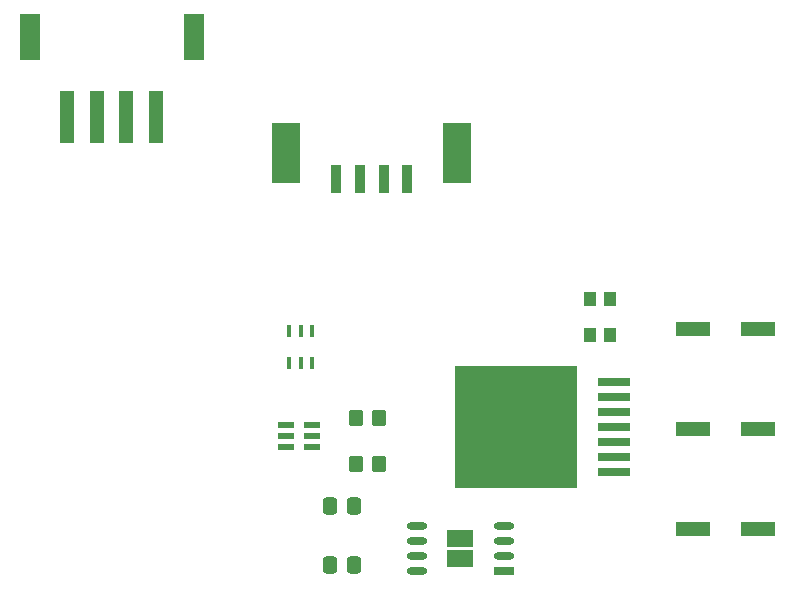
<source format=gbr>
%TF.GenerationSoftware,KiCad,Pcbnew,8.0.6*%
%TF.CreationDate,2025-03-28T18:59:19-04:00*%
%TF.ProjectId,Electrical schematic,456c6563-7472-4696-9361-6c2073636865,rev?*%
%TF.SameCoordinates,Original*%
%TF.FileFunction,Paste,Top*%
%TF.FilePolarity,Positive*%
%FSLAX46Y46*%
G04 Gerber Fmt 4.6, Leading zero omitted, Abs format (unit mm)*
G04 Created by KiCad (PCBNEW 8.0.6) date 2025-03-28 18:59:19*
%MOMM*%
%LPD*%
G01*
G04 APERTURE LIST*
G04 Aperture macros list*
%AMRoundRect*
0 Rectangle with rounded corners*
0 $1 Rounding radius*
0 $2 $3 $4 $5 $6 $7 $8 $9 X,Y pos of 4 corners*
0 Add a 4 corners polygon primitive as box body*
4,1,4,$2,$3,$4,$5,$6,$7,$8,$9,$2,$3,0*
0 Add four circle primitives for the rounded corners*
1,1,$1+$1,$2,$3*
1,1,$1+$1,$4,$5*
1,1,$1+$1,$6,$7*
1,1,$1+$1,$8,$9*
0 Add four rect primitives between the rounded corners*
20,1,$1+$1,$2,$3,$4,$5,0*
20,1,$1+$1,$4,$5,$6,$7,0*
20,1,$1+$1,$6,$7,$8,$9,0*
20,1,$1+$1,$8,$9,$2,$3,0*%
G04 Aperture macros list end*
%ADD10C,0.000000*%
%ADD11R,2.997200X1.219200*%
%ADD12R,0.889000X2.489200*%
%ADD13R,2.489200X5.156200*%
%ADD14RoundRect,0.250000X0.350000X0.450000X-0.350000X0.450000X-0.350000X-0.450000X0.350000X-0.450000X0*%
%ADD15R,1.473200X0.558800*%
%ADD16R,2.667000X0.787400*%
%ADD17R,10.414000X10.414000*%
%ADD18R,1.752600X0.660400*%
%ADD19O,1.752600X0.660400*%
%ADD20R,0.457200X1.003300*%
%ADD21R,1.005599X1.199998*%
%ADD22R,1.295400X4.495800*%
%ADD23R,1.803400X3.911600*%
%ADD24RoundRect,0.250000X0.337500X0.475000X-0.337500X0.475000X-0.337500X-0.475000X0.337500X-0.475000X0*%
G04 APERTURE END LIST*
D10*
%TO.C,U2*%
G36*
X132106500Y-108646000D02*
G01*
X129893500Y-108646000D01*
X129893500Y-107195000D01*
X132106500Y-107195000D01*
X132106500Y-108646000D01*
G37*
G36*
X132106500Y-106995000D02*
G01*
X129893500Y-106995000D01*
X129893500Y-105544000D01*
X132106500Y-105544000D01*
X132106500Y-106995000D01*
G37*
%TD*%
D11*
%TO.C,C1*%
X150744100Y-88532400D03*
X156255900Y-88532400D03*
%TD*%
D12*
%TO.C,U5*%
X126517399Y-75770101D03*
X124517400Y-75770101D03*
X122517399Y-75770101D03*
X120517401Y-75770101D03*
D13*
X130767398Y-73576709D03*
X116267402Y-73576709D03*
%TD*%
D14*
%TO.C,R3*%
X124147450Y-99950001D03*
X122147450Y-99950001D03*
%TD*%
D15*
%TO.C,U3*%
X118500000Y-98500000D03*
X118500000Y-97549999D03*
X118500000Y-96599998D03*
X116264800Y-96599998D03*
X116264800Y-97549999D03*
X116264800Y-98500000D03*
%TD*%
D16*
%TO.C,U1*%
X144000000Y-100620000D03*
X144000000Y-99350000D03*
X144000000Y-98080000D03*
X144000000Y-96810000D03*
X144000000Y-95540000D03*
X144000000Y-94270000D03*
X144000000Y-93000000D03*
D17*
X135757700Y-96810000D03*
%TD*%
D14*
%TO.C,R4*%
X124147450Y-96000000D03*
X122147450Y-96000000D03*
%TD*%
D18*
%TO.C,U2*%
X134674999Y-109000000D03*
D19*
X134674999Y-107730000D03*
X134674999Y-106460000D03*
X134674999Y-105190000D03*
X127325001Y-105190000D03*
X127325001Y-106460000D03*
X127325001Y-107730000D03*
X127325001Y-109000000D03*
%TD*%
D20*
%TO.C,U4*%
X116549999Y-91352550D03*
X117500000Y-91352550D03*
X118450001Y-91352550D03*
X118450001Y-88647450D03*
X117500000Y-88647450D03*
X116549999Y-88647450D03*
%TD*%
D21*
%TO.C,R2*%
X143705598Y-89000000D03*
X142000000Y-89000000D03*
%TD*%
D22*
%TO.C,J1*%
X105250000Y-70549501D03*
X102750000Y-70549501D03*
X100250000Y-70549501D03*
X97750000Y-70549501D03*
D23*
X94550001Y-63759501D03*
X108449999Y-63759501D03*
%TD*%
D24*
%TO.C,C11*%
X119962500Y-103500000D03*
X122037500Y-103500000D03*
%TD*%
%TO.C,C10*%
X122037500Y-108500000D03*
X119962500Y-108500000D03*
%TD*%
D11*
%TO.C,C3*%
X150744100Y-105467600D03*
X156255900Y-105467600D03*
%TD*%
%TO.C,C2*%
X150744100Y-97000000D03*
X156255900Y-97000000D03*
%TD*%
D21*
%TO.C,R1*%
X142000000Y-86000000D03*
X143705598Y-86000000D03*
%TD*%
M02*

</source>
